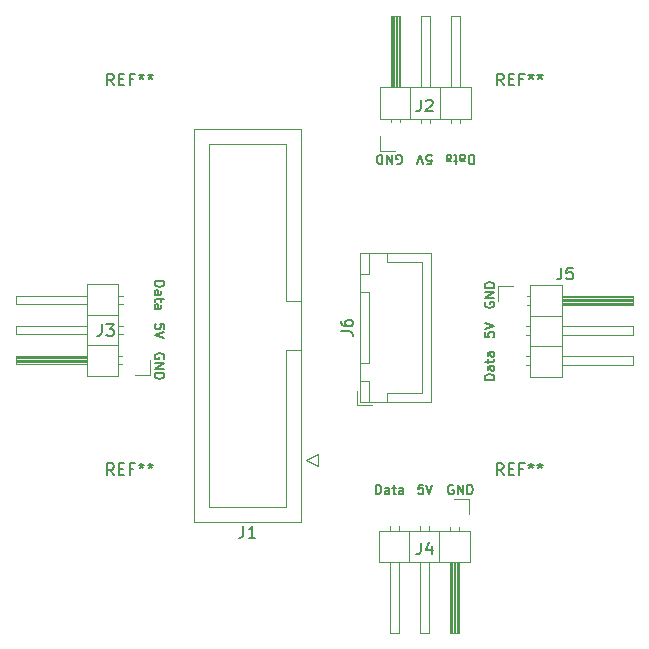
<source format=gbr>
%TF.GenerationSoftware,KiCad,Pcbnew,5.1.6-c6e7f7d~87~ubuntu18.04.1*%
%TF.CreationDate,2021-05-18T20:14:27+01:00*%
%TF.ProjectId,CheeseDistribution,43686565-7365-4446-9973-747269627574,rev?*%
%TF.SameCoordinates,Original*%
%TF.FileFunction,Legend,Top*%
%TF.FilePolarity,Positive*%
%FSLAX46Y46*%
G04 Gerber Fmt 4.6, Leading zero omitted, Abs format (unit mm)*
G04 Created by KiCad (PCBNEW 5.1.6-c6e7f7d~87~ubuntu18.04.1) date 2021-05-18 20:14:27*
%MOMM*%
%LPD*%
G01*
G04 APERTURE LIST*
%ADD10C,0.150000*%
%ADD11C,0.120000*%
G04 APERTURE END LIST*
D10*
X183109523Y-101400000D02*
X183185714Y-101438095D01*
X183300000Y-101438095D01*
X183414285Y-101400000D01*
X183490476Y-101323809D01*
X183528571Y-101247619D01*
X183566666Y-101095238D01*
X183566666Y-100980952D01*
X183528571Y-100828571D01*
X183490476Y-100752380D01*
X183414285Y-100676190D01*
X183300000Y-100638095D01*
X183223809Y-100638095D01*
X183109523Y-100676190D01*
X183071428Y-100714285D01*
X183071428Y-100980952D01*
X183223809Y-100980952D01*
X182728571Y-100638095D02*
X182728571Y-101438095D01*
X182271428Y-100638095D01*
X182271428Y-101438095D01*
X181890476Y-100638095D02*
X181890476Y-101438095D01*
X181700000Y-101438095D01*
X181585714Y-101400000D01*
X181509523Y-101323809D01*
X181471428Y-101247619D01*
X181433333Y-101095238D01*
X181433333Y-100980952D01*
X181471428Y-100828571D01*
X181509523Y-100752380D01*
X181585714Y-100676190D01*
X181700000Y-100638095D01*
X181890476Y-100638095D01*
X185652380Y-101438095D02*
X186033333Y-101438095D01*
X186071428Y-101057142D01*
X186033333Y-101095238D01*
X185957142Y-101133333D01*
X185766666Y-101133333D01*
X185690476Y-101095238D01*
X185652380Y-101057142D01*
X185614285Y-100980952D01*
X185614285Y-100790476D01*
X185652380Y-100714285D01*
X185690476Y-100676190D01*
X185766666Y-100638095D01*
X185957142Y-100638095D01*
X186033333Y-100676190D01*
X186071428Y-100714285D01*
X185385714Y-101438095D02*
X185119047Y-100638095D01*
X184852380Y-101438095D01*
X189661904Y-100638095D02*
X189661904Y-101438095D01*
X189471428Y-101438095D01*
X189357142Y-101400000D01*
X189280952Y-101323809D01*
X189242857Y-101247619D01*
X189204761Y-101095238D01*
X189204761Y-100980952D01*
X189242857Y-100828571D01*
X189280952Y-100752380D01*
X189357142Y-100676190D01*
X189471428Y-100638095D01*
X189661904Y-100638095D01*
X188519047Y-100638095D02*
X188519047Y-101057142D01*
X188557142Y-101133333D01*
X188633333Y-101171428D01*
X188785714Y-101171428D01*
X188861904Y-101133333D01*
X188519047Y-100676190D02*
X188595238Y-100638095D01*
X188785714Y-100638095D01*
X188861904Y-100676190D01*
X188900000Y-100752380D01*
X188900000Y-100828571D01*
X188861904Y-100904761D01*
X188785714Y-100942857D01*
X188595238Y-100942857D01*
X188519047Y-100980952D01*
X188252380Y-101171428D02*
X187947619Y-101171428D01*
X188138095Y-101438095D02*
X188138095Y-100752380D01*
X188100000Y-100676190D01*
X188023809Y-100638095D01*
X187947619Y-100638095D01*
X187338095Y-100638095D02*
X187338095Y-101057142D01*
X187376190Y-101133333D01*
X187452380Y-101171428D01*
X187604761Y-101171428D01*
X187680952Y-101133333D01*
X187338095Y-100676190D02*
X187414285Y-100638095D01*
X187604761Y-100638095D01*
X187680952Y-100676190D01*
X187719047Y-100752380D01*
X187719047Y-100828571D01*
X187680952Y-100904761D01*
X187604761Y-100942857D01*
X187414285Y-100942857D01*
X187338095Y-100980952D01*
X190600000Y-113109523D02*
X190561904Y-113185714D01*
X190561904Y-113300000D01*
X190600000Y-113414285D01*
X190676190Y-113490476D01*
X190752380Y-113528571D01*
X190904761Y-113566666D01*
X191019047Y-113566666D01*
X191171428Y-113528571D01*
X191247619Y-113490476D01*
X191323809Y-113414285D01*
X191361904Y-113300000D01*
X191361904Y-113223809D01*
X191323809Y-113109523D01*
X191285714Y-113071428D01*
X191019047Y-113071428D01*
X191019047Y-113223809D01*
X191361904Y-112728571D02*
X190561904Y-112728571D01*
X191361904Y-112271428D01*
X190561904Y-112271428D01*
X191361904Y-111890476D02*
X190561904Y-111890476D01*
X190561904Y-111700000D01*
X190600000Y-111585714D01*
X190676190Y-111509523D01*
X190752380Y-111471428D01*
X190904761Y-111433333D01*
X191019047Y-111433333D01*
X191171428Y-111471428D01*
X191247619Y-111509523D01*
X191323809Y-111585714D01*
X191361904Y-111700000D01*
X191361904Y-111890476D01*
X190561904Y-115652380D02*
X190561904Y-116033333D01*
X190942857Y-116071428D01*
X190904761Y-116033333D01*
X190866666Y-115957142D01*
X190866666Y-115766666D01*
X190904761Y-115690476D01*
X190942857Y-115652380D01*
X191019047Y-115614285D01*
X191209523Y-115614285D01*
X191285714Y-115652380D01*
X191323809Y-115690476D01*
X191361904Y-115766666D01*
X191361904Y-115957142D01*
X191323809Y-116033333D01*
X191285714Y-116071428D01*
X190561904Y-115385714D02*
X191361904Y-115119047D01*
X190561904Y-114852380D01*
X191361904Y-119661904D02*
X190561904Y-119661904D01*
X190561904Y-119471428D01*
X190600000Y-119357142D01*
X190676190Y-119280952D01*
X190752380Y-119242857D01*
X190904761Y-119204761D01*
X191019047Y-119204761D01*
X191171428Y-119242857D01*
X191247619Y-119280952D01*
X191323809Y-119357142D01*
X191361904Y-119471428D01*
X191361904Y-119661904D01*
X191361904Y-118519047D02*
X190942857Y-118519047D01*
X190866666Y-118557142D01*
X190828571Y-118633333D01*
X190828571Y-118785714D01*
X190866666Y-118861904D01*
X191323809Y-118519047D02*
X191361904Y-118595238D01*
X191361904Y-118785714D01*
X191323809Y-118861904D01*
X191247619Y-118900000D01*
X191171428Y-118900000D01*
X191095238Y-118861904D01*
X191057142Y-118785714D01*
X191057142Y-118595238D01*
X191019047Y-118519047D01*
X190828571Y-118252380D02*
X190828571Y-117947619D01*
X190561904Y-118138095D02*
X191247619Y-118138095D01*
X191323809Y-118100000D01*
X191361904Y-118023809D01*
X191361904Y-117947619D01*
X191361904Y-117338095D02*
X190942857Y-117338095D01*
X190866666Y-117376190D01*
X190828571Y-117452380D01*
X190828571Y-117604761D01*
X190866666Y-117680952D01*
X191323809Y-117338095D02*
X191361904Y-117414285D01*
X191361904Y-117604761D01*
X191323809Y-117680952D01*
X191247619Y-117719047D01*
X191171428Y-117719047D01*
X191095238Y-117680952D01*
X191057142Y-117604761D01*
X191057142Y-117414285D01*
X191019047Y-117338095D01*
X163400000Y-117890476D02*
X163438095Y-117814285D01*
X163438095Y-117700000D01*
X163400000Y-117585714D01*
X163323809Y-117509523D01*
X163247619Y-117471428D01*
X163095238Y-117433333D01*
X162980952Y-117433333D01*
X162828571Y-117471428D01*
X162752380Y-117509523D01*
X162676190Y-117585714D01*
X162638095Y-117700000D01*
X162638095Y-117776190D01*
X162676190Y-117890476D01*
X162714285Y-117928571D01*
X162980952Y-117928571D01*
X162980952Y-117776190D01*
X162638095Y-118271428D02*
X163438095Y-118271428D01*
X162638095Y-118728571D01*
X163438095Y-118728571D01*
X162638095Y-119109523D02*
X163438095Y-119109523D01*
X163438095Y-119300000D01*
X163400000Y-119414285D01*
X163323809Y-119490476D01*
X163247619Y-119528571D01*
X163095238Y-119566666D01*
X162980952Y-119566666D01*
X162828571Y-119528571D01*
X162752380Y-119490476D01*
X162676190Y-119414285D01*
X162638095Y-119300000D01*
X162638095Y-119109523D01*
X163438095Y-115347619D02*
X163438095Y-114966666D01*
X163057142Y-114928571D01*
X163095238Y-114966666D01*
X163133333Y-115042857D01*
X163133333Y-115233333D01*
X163095238Y-115309523D01*
X163057142Y-115347619D01*
X162980952Y-115385714D01*
X162790476Y-115385714D01*
X162714285Y-115347619D01*
X162676190Y-115309523D01*
X162638095Y-115233333D01*
X162638095Y-115042857D01*
X162676190Y-114966666D01*
X162714285Y-114928571D01*
X163438095Y-115614285D02*
X162638095Y-115880952D01*
X163438095Y-116147619D01*
X162638095Y-111338095D02*
X163438095Y-111338095D01*
X163438095Y-111528571D01*
X163400000Y-111642857D01*
X163323809Y-111719047D01*
X163247619Y-111757142D01*
X163095238Y-111795238D01*
X162980952Y-111795238D01*
X162828571Y-111757142D01*
X162752380Y-111719047D01*
X162676190Y-111642857D01*
X162638095Y-111528571D01*
X162638095Y-111338095D01*
X162638095Y-112480952D02*
X163057142Y-112480952D01*
X163133333Y-112442857D01*
X163171428Y-112366666D01*
X163171428Y-112214285D01*
X163133333Y-112138095D01*
X162676190Y-112480952D02*
X162638095Y-112404761D01*
X162638095Y-112214285D01*
X162676190Y-112138095D01*
X162752380Y-112100000D01*
X162828571Y-112100000D01*
X162904761Y-112138095D01*
X162942857Y-112214285D01*
X162942857Y-112404761D01*
X162980952Y-112480952D01*
X163171428Y-112747619D02*
X163171428Y-113052380D01*
X163438095Y-112861904D02*
X162752380Y-112861904D01*
X162676190Y-112900000D01*
X162638095Y-112976190D01*
X162638095Y-113052380D01*
X162638095Y-113661904D02*
X163057142Y-113661904D01*
X163133333Y-113623809D01*
X163171428Y-113547619D01*
X163171428Y-113395238D01*
X163133333Y-113319047D01*
X162676190Y-113661904D02*
X162638095Y-113585714D01*
X162638095Y-113395238D01*
X162676190Y-113319047D01*
X162752380Y-113280952D01*
X162828571Y-113280952D01*
X162904761Y-113319047D01*
X162942857Y-113395238D01*
X162942857Y-113585714D01*
X162980952Y-113661904D01*
X187890476Y-128600000D02*
X187814285Y-128561904D01*
X187700000Y-128561904D01*
X187585714Y-128600000D01*
X187509523Y-128676190D01*
X187471428Y-128752380D01*
X187433333Y-128904761D01*
X187433333Y-129019047D01*
X187471428Y-129171428D01*
X187509523Y-129247619D01*
X187585714Y-129323809D01*
X187700000Y-129361904D01*
X187776190Y-129361904D01*
X187890476Y-129323809D01*
X187928571Y-129285714D01*
X187928571Y-129019047D01*
X187776190Y-129019047D01*
X188271428Y-129361904D02*
X188271428Y-128561904D01*
X188728571Y-129361904D01*
X188728571Y-128561904D01*
X189109523Y-129361904D02*
X189109523Y-128561904D01*
X189300000Y-128561904D01*
X189414285Y-128600000D01*
X189490476Y-128676190D01*
X189528571Y-128752380D01*
X189566666Y-128904761D01*
X189566666Y-129019047D01*
X189528571Y-129171428D01*
X189490476Y-129247619D01*
X189414285Y-129323809D01*
X189300000Y-129361904D01*
X189109523Y-129361904D01*
X185347619Y-128561904D02*
X184966666Y-128561904D01*
X184928571Y-128942857D01*
X184966666Y-128904761D01*
X185042857Y-128866666D01*
X185233333Y-128866666D01*
X185309523Y-128904761D01*
X185347619Y-128942857D01*
X185385714Y-129019047D01*
X185385714Y-129209523D01*
X185347619Y-129285714D01*
X185309523Y-129323809D01*
X185233333Y-129361904D01*
X185042857Y-129361904D01*
X184966666Y-129323809D01*
X184928571Y-129285714D01*
X185614285Y-128561904D02*
X185880952Y-129361904D01*
X186147619Y-128561904D01*
X181338095Y-129361904D02*
X181338095Y-128561904D01*
X181528571Y-128561904D01*
X181642857Y-128600000D01*
X181719047Y-128676190D01*
X181757142Y-128752380D01*
X181795238Y-128904761D01*
X181795238Y-129019047D01*
X181757142Y-129171428D01*
X181719047Y-129247619D01*
X181642857Y-129323809D01*
X181528571Y-129361904D01*
X181338095Y-129361904D01*
X182480952Y-129361904D02*
X182480952Y-128942857D01*
X182442857Y-128866666D01*
X182366666Y-128828571D01*
X182214285Y-128828571D01*
X182138095Y-128866666D01*
X182480952Y-129323809D02*
X182404761Y-129361904D01*
X182214285Y-129361904D01*
X182138095Y-129323809D01*
X182100000Y-129247619D01*
X182100000Y-129171428D01*
X182138095Y-129095238D01*
X182214285Y-129057142D01*
X182404761Y-129057142D01*
X182480952Y-129019047D01*
X182747619Y-128828571D02*
X183052380Y-128828571D01*
X182861904Y-128561904D02*
X182861904Y-129247619D01*
X182900000Y-129323809D01*
X182976190Y-129361904D01*
X183052380Y-129361904D01*
X183661904Y-129361904D02*
X183661904Y-128942857D01*
X183623809Y-128866666D01*
X183547619Y-128828571D01*
X183395238Y-128828571D01*
X183319047Y-128866666D01*
X183661904Y-129323809D02*
X183585714Y-129361904D01*
X183395238Y-129361904D01*
X183319047Y-129323809D01*
X183280952Y-129247619D01*
X183280952Y-129171428D01*
X183319047Y-129095238D01*
X183395238Y-129057142D01*
X183585714Y-129057142D01*
X183661904Y-129019047D01*
D11*
%TO.C,J1*%
X176430000Y-126000000D02*
X175430000Y-126500000D01*
X176430000Y-127000000D02*
X176430000Y-126000000D01*
X175430000Y-126500000D02*
X176430000Y-127000000D01*
X173730000Y-113020000D02*
X175040000Y-113020000D01*
X173730000Y-113020000D02*
X173730000Y-113020000D01*
X173730000Y-99730000D02*
X173730000Y-113020000D01*
X167230000Y-99730000D02*
X173730000Y-99730000D01*
X167230000Y-130410000D02*
X167230000Y-99730000D01*
X173730000Y-130410000D02*
X167230000Y-130410000D01*
X173730000Y-117120000D02*
X173730000Y-130410000D01*
X175040000Y-117120000D02*
X173730000Y-117120000D01*
X175040000Y-98430000D02*
X175040000Y-131710000D01*
X165920000Y-98430000D02*
X175040000Y-98430000D01*
X165920000Y-131710000D02*
X165920000Y-98430000D01*
X175040000Y-131710000D02*
X165920000Y-131710000D01*
%TO.C,J6*%
X179750000Y-121850000D02*
X181000000Y-121850000D01*
X179750000Y-120600000D02*
X179750000Y-121850000D01*
X185250000Y-109700000D02*
X185250000Y-115250000D01*
X182300000Y-109700000D02*
X185250000Y-109700000D01*
X182300000Y-108950000D02*
X182300000Y-109700000D01*
X185250000Y-120800000D02*
X185250000Y-115250000D01*
X182300000Y-120800000D02*
X185250000Y-120800000D01*
X182300000Y-121550000D02*
X182300000Y-120800000D01*
X180050000Y-108950000D02*
X180050000Y-110750000D01*
X180800000Y-108950000D02*
X180050000Y-108950000D01*
X180800000Y-110750000D02*
X180800000Y-108950000D01*
X180050000Y-110750000D02*
X180800000Y-110750000D01*
X180050000Y-119750000D02*
X180050000Y-121550000D01*
X180800000Y-119750000D02*
X180050000Y-119750000D01*
X180800000Y-121550000D02*
X180800000Y-119750000D01*
X180050000Y-121550000D02*
X180800000Y-121550000D01*
X180050000Y-112250000D02*
X180050000Y-118250000D01*
X180800000Y-112250000D02*
X180050000Y-112250000D01*
X180800000Y-118250000D02*
X180800000Y-112250000D01*
X180050000Y-118250000D02*
X180800000Y-118250000D01*
X180040000Y-108940000D02*
X180040000Y-121560000D01*
X186010000Y-108940000D02*
X180040000Y-108940000D01*
X186010000Y-121560000D02*
X186010000Y-108940000D01*
X180040000Y-121560000D02*
X186010000Y-121560000D01*
%TO.C,J5*%
X191730000Y-111730000D02*
X193000000Y-111730000D01*
X191730000Y-113000000D02*
X191730000Y-111730000D01*
X194042929Y-118460000D02*
X194440000Y-118460000D01*
X194042929Y-117700000D02*
X194440000Y-117700000D01*
X203100000Y-118460000D02*
X197100000Y-118460000D01*
X203100000Y-117700000D02*
X203100000Y-118460000D01*
X197100000Y-117700000D02*
X203100000Y-117700000D01*
X194440000Y-116810000D02*
X197100000Y-116810000D01*
X194042929Y-115920000D02*
X194440000Y-115920000D01*
X194042929Y-115160000D02*
X194440000Y-115160000D01*
X203100000Y-115920000D02*
X197100000Y-115920000D01*
X203100000Y-115160000D02*
X203100000Y-115920000D01*
X197100000Y-115160000D02*
X203100000Y-115160000D01*
X194440000Y-114270000D02*
X197100000Y-114270000D01*
X194110000Y-113380000D02*
X194440000Y-113380000D01*
X194110000Y-112620000D02*
X194440000Y-112620000D01*
X197100000Y-113280000D02*
X203100000Y-113280000D01*
X197100000Y-113160000D02*
X203100000Y-113160000D01*
X197100000Y-113040000D02*
X203100000Y-113040000D01*
X197100000Y-112920000D02*
X203100000Y-112920000D01*
X197100000Y-112800000D02*
X203100000Y-112800000D01*
X197100000Y-112680000D02*
X203100000Y-112680000D01*
X203100000Y-113380000D02*
X197100000Y-113380000D01*
X203100000Y-112620000D02*
X203100000Y-113380000D01*
X197100000Y-112620000D02*
X203100000Y-112620000D01*
X197100000Y-111670000D02*
X194440000Y-111670000D01*
X197100000Y-119410000D02*
X197100000Y-111670000D01*
X194440000Y-119410000D02*
X197100000Y-119410000D01*
X194440000Y-111670000D02*
X194440000Y-119410000D01*
%TO.C,J4*%
X189270000Y-129730000D02*
X189270000Y-131000000D01*
X188000000Y-129730000D02*
X189270000Y-129730000D01*
X182540000Y-132042929D02*
X182540000Y-132440000D01*
X183300000Y-132042929D02*
X183300000Y-132440000D01*
X182540000Y-141100000D02*
X182540000Y-135100000D01*
X183300000Y-141100000D02*
X182540000Y-141100000D01*
X183300000Y-135100000D02*
X183300000Y-141100000D01*
X184190000Y-132440000D02*
X184190000Y-135100000D01*
X185080000Y-132042929D02*
X185080000Y-132440000D01*
X185840000Y-132042929D02*
X185840000Y-132440000D01*
X185080000Y-141100000D02*
X185080000Y-135100000D01*
X185840000Y-141100000D02*
X185080000Y-141100000D01*
X185840000Y-135100000D02*
X185840000Y-141100000D01*
X186730000Y-132440000D02*
X186730000Y-135100000D01*
X187620000Y-132110000D02*
X187620000Y-132440000D01*
X188380000Y-132110000D02*
X188380000Y-132440000D01*
X187720000Y-135100000D02*
X187720000Y-141100000D01*
X187840000Y-135100000D02*
X187840000Y-141100000D01*
X187960000Y-135100000D02*
X187960000Y-141100000D01*
X188080000Y-135100000D02*
X188080000Y-141100000D01*
X188200000Y-135100000D02*
X188200000Y-141100000D01*
X188320000Y-135100000D02*
X188320000Y-141100000D01*
X187620000Y-141100000D02*
X187620000Y-135100000D01*
X188380000Y-141100000D02*
X187620000Y-141100000D01*
X188380000Y-135100000D02*
X188380000Y-141100000D01*
X189330000Y-135100000D02*
X189330000Y-132440000D01*
X181590000Y-135100000D02*
X189330000Y-135100000D01*
X181590000Y-132440000D02*
X181590000Y-135100000D01*
X189330000Y-132440000D02*
X181590000Y-132440000D01*
%TO.C,J3*%
X162270000Y-119270000D02*
X161000000Y-119270000D01*
X162270000Y-118000000D02*
X162270000Y-119270000D01*
X159957071Y-112540000D02*
X159560000Y-112540000D01*
X159957071Y-113300000D02*
X159560000Y-113300000D01*
X150900000Y-112540000D02*
X156900000Y-112540000D01*
X150900000Y-113300000D02*
X150900000Y-112540000D01*
X156900000Y-113300000D02*
X150900000Y-113300000D01*
X159560000Y-114190000D02*
X156900000Y-114190000D01*
X159957071Y-115080000D02*
X159560000Y-115080000D01*
X159957071Y-115840000D02*
X159560000Y-115840000D01*
X150900000Y-115080000D02*
X156900000Y-115080000D01*
X150900000Y-115840000D02*
X150900000Y-115080000D01*
X156900000Y-115840000D02*
X150900000Y-115840000D01*
X159560000Y-116730000D02*
X156900000Y-116730000D01*
X159890000Y-117620000D02*
X159560000Y-117620000D01*
X159890000Y-118380000D02*
X159560000Y-118380000D01*
X156900000Y-117720000D02*
X150900000Y-117720000D01*
X156900000Y-117840000D02*
X150900000Y-117840000D01*
X156900000Y-117960000D02*
X150900000Y-117960000D01*
X156900000Y-118080000D02*
X150900000Y-118080000D01*
X156900000Y-118200000D02*
X150900000Y-118200000D01*
X156900000Y-118320000D02*
X150900000Y-118320000D01*
X150900000Y-117620000D02*
X156900000Y-117620000D01*
X150900000Y-118380000D02*
X150900000Y-117620000D01*
X156900000Y-118380000D02*
X150900000Y-118380000D01*
X156900000Y-119330000D02*
X159560000Y-119330000D01*
X156900000Y-111590000D02*
X156900000Y-119330000D01*
X159560000Y-111590000D02*
X156900000Y-111590000D01*
X159560000Y-119330000D02*
X159560000Y-111590000D01*
%TO.C,J2*%
X181730000Y-100270000D02*
X181730000Y-99000000D01*
X183000000Y-100270000D02*
X181730000Y-100270000D01*
X188460000Y-97957071D02*
X188460000Y-97560000D01*
X187700000Y-97957071D02*
X187700000Y-97560000D01*
X188460000Y-88900000D02*
X188460000Y-94900000D01*
X187700000Y-88900000D02*
X188460000Y-88900000D01*
X187700000Y-94900000D02*
X187700000Y-88900000D01*
X186810000Y-97560000D02*
X186810000Y-94900000D01*
X185920000Y-97957071D02*
X185920000Y-97560000D01*
X185160000Y-97957071D02*
X185160000Y-97560000D01*
X185920000Y-88900000D02*
X185920000Y-94900000D01*
X185160000Y-88900000D02*
X185920000Y-88900000D01*
X185160000Y-94900000D02*
X185160000Y-88900000D01*
X184270000Y-97560000D02*
X184270000Y-94900000D01*
X183380000Y-97890000D02*
X183380000Y-97560000D01*
X182620000Y-97890000D02*
X182620000Y-97560000D01*
X183280000Y-94900000D02*
X183280000Y-88900000D01*
X183160000Y-94900000D02*
X183160000Y-88900000D01*
X183040000Y-94900000D02*
X183040000Y-88900000D01*
X182920000Y-94900000D02*
X182920000Y-88900000D01*
X182800000Y-94900000D02*
X182800000Y-88900000D01*
X182680000Y-94900000D02*
X182680000Y-88900000D01*
X183380000Y-88900000D02*
X183380000Y-94900000D01*
X182620000Y-88900000D02*
X183380000Y-88900000D01*
X182620000Y-94900000D02*
X182620000Y-88900000D01*
X181670000Y-94900000D02*
X181670000Y-97560000D01*
X189410000Y-94900000D02*
X181670000Y-94900000D01*
X189410000Y-97560000D02*
X189410000Y-94900000D01*
X181670000Y-97560000D02*
X189410000Y-97560000D01*
%TO.C,REF\u002A\u002A*%
D10*
X159166666Y-94752380D02*
X158833333Y-94276190D01*
X158595238Y-94752380D02*
X158595238Y-93752380D01*
X158976190Y-93752380D01*
X159071428Y-93800000D01*
X159119047Y-93847619D01*
X159166666Y-93942857D01*
X159166666Y-94085714D01*
X159119047Y-94180952D01*
X159071428Y-94228571D01*
X158976190Y-94276190D01*
X158595238Y-94276190D01*
X159595238Y-94228571D02*
X159928571Y-94228571D01*
X160071428Y-94752380D02*
X159595238Y-94752380D01*
X159595238Y-93752380D01*
X160071428Y-93752380D01*
X160833333Y-94228571D02*
X160500000Y-94228571D01*
X160500000Y-94752380D02*
X160500000Y-93752380D01*
X160976190Y-93752380D01*
X161500000Y-93752380D02*
X161500000Y-93990476D01*
X161261904Y-93895238D02*
X161500000Y-93990476D01*
X161738095Y-93895238D01*
X161357142Y-94180952D02*
X161500000Y-93990476D01*
X161642857Y-94180952D01*
X162261904Y-93752380D02*
X162261904Y-93990476D01*
X162023809Y-93895238D02*
X162261904Y-93990476D01*
X162500000Y-93895238D01*
X162119047Y-94180952D02*
X162261904Y-93990476D01*
X162404761Y-94180952D01*
X159166666Y-127752380D02*
X158833333Y-127276190D01*
X158595238Y-127752380D02*
X158595238Y-126752380D01*
X158976190Y-126752380D01*
X159071428Y-126800000D01*
X159119047Y-126847619D01*
X159166666Y-126942857D01*
X159166666Y-127085714D01*
X159119047Y-127180952D01*
X159071428Y-127228571D01*
X158976190Y-127276190D01*
X158595238Y-127276190D01*
X159595238Y-127228571D02*
X159928571Y-127228571D01*
X160071428Y-127752380D02*
X159595238Y-127752380D01*
X159595238Y-126752380D01*
X160071428Y-126752380D01*
X160833333Y-127228571D02*
X160500000Y-127228571D01*
X160500000Y-127752380D02*
X160500000Y-126752380D01*
X160976190Y-126752380D01*
X161500000Y-126752380D02*
X161500000Y-126990476D01*
X161261904Y-126895238D02*
X161500000Y-126990476D01*
X161738095Y-126895238D01*
X161357142Y-127180952D02*
X161500000Y-126990476D01*
X161642857Y-127180952D01*
X162261904Y-126752380D02*
X162261904Y-126990476D01*
X162023809Y-126895238D02*
X162261904Y-126990476D01*
X162500000Y-126895238D01*
X162119047Y-127180952D02*
X162261904Y-126990476D01*
X162404761Y-127180952D01*
X192166666Y-127752380D02*
X191833333Y-127276190D01*
X191595238Y-127752380D02*
X191595238Y-126752380D01*
X191976190Y-126752380D01*
X192071428Y-126800000D01*
X192119047Y-126847619D01*
X192166666Y-126942857D01*
X192166666Y-127085714D01*
X192119047Y-127180952D01*
X192071428Y-127228571D01*
X191976190Y-127276190D01*
X191595238Y-127276190D01*
X192595238Y-127228571D02*
X192928571Y-127228571D01*
X193071428Y-127752380D02*
X192595238Y-127752380D01*
X192595238Y-126752380D01*
X193071428Y-126752380D01*
X193833333Y-127228571D02*
X193500000Y-127228571D01*
X193500000Y-127752380D02*
X193500000Y-126752380D01*
X193976190Y-126752380D01*
X194500000Y-126752380D02*
X194500000Y-126990476D01*
X194261904Y-126895238D02*
X194500000Y-126990476D01*
X194738095Y-126895238D01*
X194357142Y-127180952D02*
X194500000Y-126990476D01*
X194642857Y-127180952D01*
X195261904Y-126752380D02*
X195261904Y-126990476D01*
X195023809Y-126895238D02*
X195261904Y-126990476D01*
X195500000Y-126895238D01*
X195119047Y-127180952D02*
X195261904Y-126990476D01*
X195404761Y-127180952D01*
X192166666Y-94752380D02*
X191833333Y-94276190D01*
X191595238Y-94752380D02*
X191595238Y-93752380D01*
X191976190Y-93752380D01*
X192071428Y-93800000D01*
X192119047Y-93847619D01*
X192166666Y-93942857D01*
X192166666Y-94085714D01*
X192119047Y-94180952D01*
X192071428Y-94228571D01*
X191976190Y-94276190D01*
X191595238Y-94276190D01*
X192595238Y-94228571D02*
X192928571Y-94228571D01*
X193071428Y-94752380D02*
X192595238Y-94752380D01*
X192595238Y-93752380D01*
X193071428Y-93752380D01*
X193833333Y-94228571D02*
X193500000Y-94228571D01*
X193500000Y-94752380D02*
X193500000Y-93752380D01*
X193976190Y-93752380D01*
X194500000Y-93752380D02*
X194500000Y-93990476D01*
X194261904Y-93895238D02*
X194500000Y-93990476D01*
X194738095Y-93895238D01*
X194357142Y-94180952D02*
X194500000Y-93990476D01*
X194642857Y-94180952D01*
X195261904Y-93752380D02*
X195261904Y-93990476D01*
X195023809Y-93895238D02*
X195261904Y-93990476D01*
X195500000Y-93895238D01*
X195119047Y-94180952D02*
X195261904Y-93990476D01*
X195404761Y-94180952D01*
%TO.C,J1*%
X170146666Y-132052380D02*
X170146666Y-132766666D01*
X170099047Y-132909523D01*
X170003809Y-133004761D01*
X169860952Y-133052380D01*
X169765714Y-133052380D01*
X171146666Y-133052380D02*
X170575238Y-133052380D01*
X170860952Y-133052380D02*
X170860952Y-132052380D01*
X170765714Y-132195238D01*
X170670476Y-132290476D01*
X170575238Y-132338095D01*
%TO.C,J6*%
X178402380Y-115583333D02*
X179116666Y-115583333D01*
X179259523Y-115630952D01*
X179354761Y-115726190D01*
X179402380Y-115869047D01*
X179402380Y-115964285D01*
X178402380Y-114678571D02*
X178402380Y-114869047D01*
X178450000Y-114964285D01*
X178497619Y-115011904D01*
X178640476Y-115107142D01*
X178830952Y-115154761D01*
X179211904Y-115154761D01*
X179307142Y-115107142D01*
X179354761Y-115059523D01*
X179402380Y-114964285D01*
X179402380Y-114773809D01*
X179354761Y-114678571D01*
X179307142Y-114630952D01*
X179211904Y-114583333D01*
X178973809Y-114583333D01*
X178878571Y-114630952D01*
X178830952Y-114678571D01*
X178783333Y-114773809D01*
X178783333Y-114964285D01*
X178830952Y-115059523D01*
X178878571Y-115107142D01*
X178973809Y-115154761D01*
%TO.C,J5*%
X197051666Y-110182380D02*
X197051666Y-110896666D01*
X197004047Y-111039523D01*
X196908809Y-111134761D01*
X196765952Y-111182380D01*
X196670714Y-111182380D01*
X198004047Y-110182380D02*
X197527857Y-110182380D01*
X197480238Y-110658571D01*
X197527857Y-110610952D01*
X197623095Y-110563333D01*
X197861190Y-110563333D01*
X197956428Y-110610952D01*
X198004047Y-110658571D01*
X198051666Y-110753809D01*
X198051666Y-110991904D01*
X198004047Y-111087142D01*
X197956428Y-111134761D01*
X197861190Y-111182380D01*
X197623095Y-111182380D01*
X197527857Y-111134761D01*
X197480238Y-111087142D01*
%TO.C,J4*%
X185166666Y-133452380D02*
X185166666Y-134166666D01*
X185119047Y-134309523D01*
X185023809Y-134404761D01*
X184880952Y-134452380D01*
X184785714Y-134452380D01*
X186071428Y-133785714D02*
X186071428Y-134452380D01*
X185833333Y-133404761D02*
X185595238Y-134119047D01*
X186214285Y-134119047D01*
%TO.C,J3*%
X158166666Y-114952380D02*
X158166666Y-115666666D01*
X158119047Y-115809523D01*
X158023809Y-115904761D01*
X157880952Y-115952380D01*
X157785714Y-115952380D01*
X158547619Y-114952380D02*
X159166666Y-114952380D01*
X158833333Y-115333333D01*
X158976190Y-115333333D01*
X159071428Y-115380952D01*
X159119047Y-115428571D01*
X159166666Y-115523809D01*
X159166666Y-115761904D01*
X159119047Y-115857142D01*
X159071428Y-115904761D01*
X158976190Y-115952380D01*
X158690476Y-115952380D01*
X158595238Y-115904761D01*
X158547619Y-115857142D01*
%TO.C,J2*%
X185166666Y-95952380D02*
X185166666Y-96666666D01*
X185119047Y-96809523D01*
X185023809Y-96904761D01*
X184880952Y-96952380D01*
X184785714Y-96952380D01*
X185595238Y-96047619D02*
X185642857Y-96000000D01*
X185738095Y-95952380D01*
X185976190Y-95952380D01*
X186071428Y-96000000D01*
X186119047Y-96047619D01*
X186166666Y-96142857D01*
X186166666Y-96238095D01*
X186119047Y-96380952D01*
X185547619Y-96952380D01*
X186166666Y-96952380D01*
%TD*%
M02*

</source>
